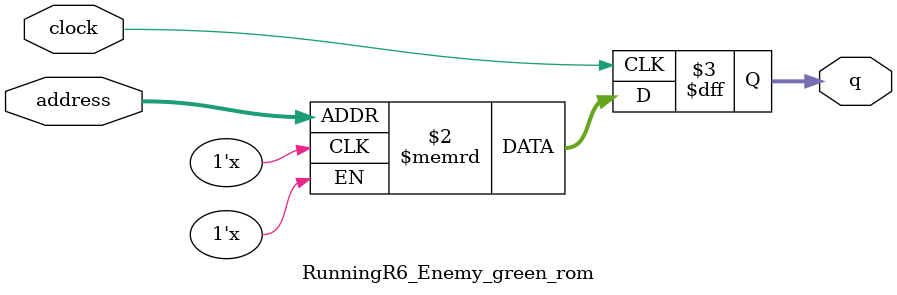
<source format=sv>
module RunningR6_Enemy_green_rom (
	input logic clock,
	input logic [11:0] address,
	output logic [2:0] q
);

logic [2:0] memory [0:2639] /* synthesis ram_init_file = "./RunningR6_Enemy_green/RunningR6_Enemy_green.mif" */;

always_ff @ (posedge clock) begin
	q <= memory[address];
end

endmodule

</source>
